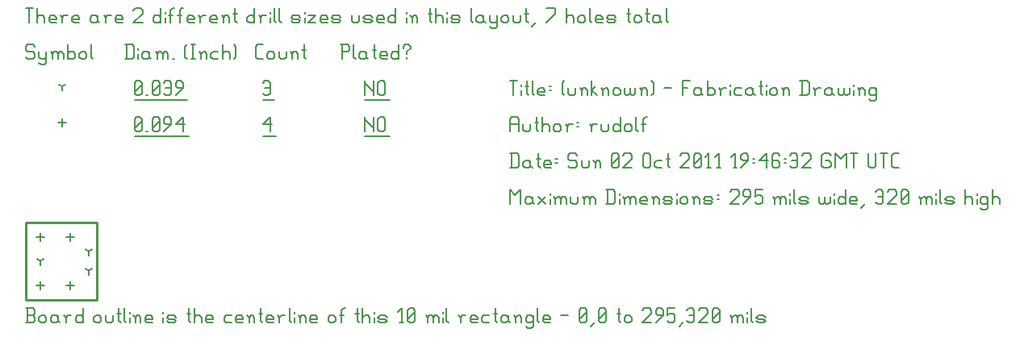
<source format=gbr>
G04 start of page 11 for group -3984 idx -3984 *
G04 Title: (unknown), fab *
G04 Creator: pcb 20100929 *
G04 CreationDate: Sun 02 Oct 2011 19:46:32 GMT UTC *
G04 For: rudolf *
G04 Format: Gerber/RS-274X *
G04 PCB-Dimensions: 29501 32001 *
G04 PCB-Coordinate-Origin: lower left *
%MOIN*%
%FSLAX25Y25*%
%LNFAB*%
%ADD16C,0.0100*%
%ADD17C,0.0080*%
%ADD18C,0.0060*%
G54D17*X6000Y27601D02*Y24401D01*
X4400Y26001D02*X7600D01*
X18500Y27601D02*Y24401D01*
X16900Y26001D02*X20100D01*
X6000Y7601D02*Y4401D01*
X4400Y6001D02*X7600D01*
X18500Y7601D02*Y4401D01*
X16900Y6001D02*X20100D01*
X15000Y74851D02*Y71651D01*
X13400Y73251D02*X16600D01*
G54D18*X140000Y75501D02*Y69501D01*
Y75501D02*Y74751D01*
X143750Y71001D01*
Y75501D02*Y69501D01*
X145551Y74751D02*Y70251D01*
Y74751D02*X146301Y75501D01*
X147801D01*
X148551Y74751D01*
Y70251D01*
X147801Y69501D02*X148551Y70251D01*
X146301Y69501D02*X147801D01*
X145551Y70251D02*X146301Y69501D01*
X140000Y67750D02*X150353D01*
X98000Y72501D02*X101000Y75501D01*
X98000Y72501D02*X101750D01*
X101000Y75501D02*Y69501D01*
X98000Y67750D02*X103551D01*
X45000Y70251D02*X45750Y69501D01*
X45000Y74751D02*Y70251D01*
Y74751D02*X45750Y75501D01*
X47250D01*
X48000Y74751D01*
Y70251D01*
X47250Y69501D02*X48000Y70251D01*
X45750Y69501D02*X47250D01*
X45000Y71001D02*X48000Y74001D01*
X49801Y69501D02*X50551D01*
X52353Y70251D02*X53103Y69501D01*
X52353Y74751D02*Y70251D01*
Y74751D02*X53103Y75501D01*
X54603D01*
X55353Y74751D01*
Y70251D01*
X54603Y69501D02*X55353Y70251D01*
X53103Y69501D02*X54603D01*
X52353Y71001D02*X55353Y74001D01*
X57154Y69501D02*X60154Y72501D01*
Y74751D02*Y72501D01*
X59404Y75501D02*X60154Y74751D01*
X57904Y75501D02*X59404D01*
X57154Y74751D02*X57904Y75501D01*
X57154Y74751D02*Y73251D01*
X57904Y72501D01*
X60154D01*
X61956D02*X64956Y75501D01*
X61956Y72501D02*X65706D01*
X64956Y75501D02*Y69501D01*
X45000Y67750D02*X67507D01*
X6000Y16001D02*Y14401D01*
Y16001D02*X7386Y16801D01*
X6000Y16001D02*X4614Y16801D01*
X26000Y12001D02*Y10401D01*
Y12001D02*X27386Y12801D01*
X26000Y12001D02*X24614Y12801D01*
X26000Y20001D02*Y18401D01*
Y20001D02*X27386Y20801D01*
X26000Y20001D02*X24614Y20801D01*
X15000Y88251D02*Y86651D01*
Y88251D02*X16386Y89051D01*
X15000Y88251D02*X13614Y89051D01*
X140000Y90501D02*Y84501D01*
Y90501D02*Y89751D01*
X143750Y86001D01*
Y90501D02*Y84501D01*
X145551Y89751D02*Y85251D01*
Y89751D02*X146301Y90501D01*
X147801D01*
X148551Y89751D01*
Y85251D01*
X147801Y84501D02*X148551Y85251D01*
X146301Y84501D02*X147801D01*
X145551Y85251D02*X146301Y84501D01*
X140000Y82750D02*X150353D01*
X98000Y89751D02*X98750Y90501D01*
X100250D01*
X101000Y89751D01*
Y85251D01*
X100250Y84501D02*X101000Y85251D01*
X98750Y84501D02*X100250D01*
X98000Y85251D02*X98750Y84501D01*
Y87501D02*X101000D01*
X98000Y82750D02*X102801D01*
X45000Y85251D02*X45750Y84501D01*
X45000Y89751D02*Y85251D01*
Y89751D02*X45750Y90501D01*
X47250D01*
X48000Y89751D01*
Y85251D01*
X47250Y84501D02*X48000Y85251D01*
X45750Y84501D02*X47250D01*
X45000Y86001D02*X48000Y89001D01*
X49801Y84501D02*X50551D01*
X52353Y85251D02*X53103Y84501D01*
X52353Y89751D02*Y85251D01*
Y89751D02*X53103Y90501D01*
X54603D01*
X55353Y89751D01*
Y85251D01*
X54603Y84501D02*X55353Y85251D01*
X53103Y84501D02*X54603D01*
X52353Y86001D02*X55353Y89001D01*
X57154Y89751D02*X57904Y90501D01*
X59404D01*
X60154Y89751D01*
Y85251D01*
X59404Y84501D02*X60154Y85251D01*
X57904Y84501D02*X59404D01*
X57154Y85251D02*X57904Y84501D01*
Y87501D02*X60154D01*
X61956Y84501D02*X64956Y87501D01*
Y89751D02*Y87501D01*
X64206Y90501D02*X64956Y89751D01*
X62706Y90501D02*X64206D01*
X61956Y89751D02*X62706Y90501D01*
X61956Y89751D02*Y88251D01*
X62706Y87501D01*
X64956D01*
X45000Y82750D02*X66757D01*
X3000Y105501D02*X3750Y104751D01*
X750Y105501D02*X3000D01*
X0Y104751D02*X750Y105501D01*
X0Y104751D02*Y103251D01*
X750Y102501D01*
X3000D01*
X3750Y101751D01*
Y100251D01*
X3000Y99501D02*X3750Y100251D01*
X750Y99501D02*X3000D01*
X0Y100251D02*X750Y99501D01*
X5551Y102501D02*Y100251D01*
X6301Y99501D01*
X8551Y102501D02*Y98001D01*
X7801Y97251D02*X8551Y98001D01*
X6301Y97251D02*X7801D01*
X5551Y98001D02*X6301Y97251D01*
Y99501D02*X7801D01*
X8551Y100251D01*
X11103Y101751D02*Y99501D01*
Y101751D02*X11853Y102501D01*
X12603D01*
X13353Y101751D01*
Y99501D01*
Y101751D02*X14103Y102501D01*
X14853D01*
X15603Y101751D01*
Y99501D01*
X10353Y102501D02*X11103Y101751D01*
X17404Y105501D02*Y99501D01*
Y100251D02*X18154Y99501D01*
X19654D01*
X20404Y100251D01*
Y101751D02*Y100251D01*
X19654Y102501D02*X20404Y101751D01*
X18154Y102501D02*X19654D01*
X17404Y101751D02*X18154Y102501D01*
X22206Y101751D02*Y100251D01*
Y101751D02*X22956Y102501D01*
X24456D01*
X25206Y101751D01*
Y100251D01*
X24456Y99501D02*X25206Y100251D01*
X22956Y99501D02*X24456D01*
X22206Y100251D02*X22956Y99501D01*
X27007Y105501D02*Y100251D01*
X27757Y99501D01*
X41750Y105501D02*Y99501D01*
X44000Y105501D02*X44750Y104751D01*
Y100251D01*
X44000Y99501D02*X44750Y100251D01*
X41000Y99501D02*X44000D01*
X41000Y105501D02*X44000D01*
X46551Y104001D02*Y103251D01*
Y101751D02*Y99501D01*
X50303Y102501D02*X51053Y101751D01*
X48803Y102501D02*X50303D01*
X48053Y101751D02*X48803Y102501D01*
X48053Y101751D02*Y100251D01*
X48803Y99501D01*
X51053Y102501D02*Y100251D01*
X51803Y99501D01*
X48803D02*X50303D01*
X51053Y100251D01*
X54354Y101751D02*Y99501D01*
Y101751D02*X55104Y102501D01*
X55854D01*
X56604Y101751D01*
Y99501D01*
Y101751D02*X57354Y102501D01*
X58104D01*
X58854Y101751D01*
Y99501D01*
X53604Y102501D02*X54354Y101751D01*
X60656Y99501D02*X61406D01*
X65907Y100251D02*X66657Y99501D01*
X65907Y104751D02*X66657Y105501D01*
X65907Y104751D02*Y100251D01*
X68459Y105501D02*X69959D01*
X69209D02*Y99501D01*
X68459D02*X69959D01*
X72510Y101751D02*Y99501D01*
Y101751D02*X73260Y102501D01*
X74010D01*
X74760Y101751D01*
Y99501D01*
X71760Y102501D02*X72510Y101751D01*
X77312Y102501D02*X79562D01*
X76562Y101751D02*X77312Y102501D01*
X76562Y101751D02*Y100251D01*
X77312Y99501D01*
X79562D01*
X81363Y105501D02*Y99501D01*
Y101751D02*X82113Y102501D01*
X83613D01*
X84363Y101751D01*
Y99501D01*
X86165Y105501D02*X86915Y104751D01*
Y100251D01*
X86165Y99501D02*X86915Y100251D01*
X95750Y99501D02*X98000D01*
X95000Y100251D02*X95750Y99501D01*
X95000Y104751D02*Y100251D01*
Y104751D02*X95750Y105501D01*
X98000D01*
X99801Y101751D02*Y100251D01*
Y101751D02*X100551Y102501D01*
X102051D01*
X102801Y101751D01*
Y100251D01*
X102051Y99501D02*X102801Y100251D01*
X100551Y99501D02*X102051D01*
X99801Y100251D02*X100551Y99501D01*
X104603Y102501D02*Y100251D01*
X105353Y99501D01*
X106853D01*
X107603Y100251D01*
Y102501D02*Y100251D01*
X110154Y101751D02*Y99501D01*
Y101751D02*X110904Y102501D01*
X111654D01*
X112404Y101751D01*
Y99501D01*
X109404Y102501D02*X110154Y101751D01*
X114956Y105501D02*Y100251D01*
X115706Y99501D01*
X114206Y103251D02*X115706D01*
X130750Y105501D02*Y99501D01*
X130000Y105501D02*X133000D01*
X133750Y104751D01*
Y103251D01*
X133000Y102501D02*X133750Y103251D01*
X130750Y102501D02*X133000D01*
X135551Y105501D02*Y100251D01*
X136301Y99501D01*
X140053Y102501D02*X140803Y101751D01*
X138553Y102501D02*X140053D01*
X137803Y101751D02*X138553Y102501D01*
X137803Y101751D02*Y100251D01*
X138553Y99501D01*
X140803Y102501D02*Y100251D01*
X141553Y99501D01*
X138553D02*X140053D01*
X140803Y100251D01*
X144104Y105501D02*Y100251D01*
X144854Y99501D01*
X143354Y103251D02*X144854D01*
X147106Y99501D02*X149356D01*
X146356Y100251D02*X147106Y99501D01*
X146356Y101751D02*Y100251D01*
Y101751D02*X147106Y102501D01*
X148606D01*
X149356Y101751D01*
X146356Y101001D02*X149356D01*
Y101751D02*Y101001D01*
X154157Y105501D02*Y99501D01*
X153407D02*X154157Y100251D01*
X151907Y99501D02*X153407D01*
X151157Y100251D02*X151907Y99501D01*
X151157Y101751D02*Y100251D01*
Y101751D02*X151907Y102501D01*
X153407D01*
X154157Y101751D01*
X157459Y102501D02*Y101751D01*
Y100251D02*Y99501D01*
X155959Y104751D02*Y104001D01*
Y104751D02*X156709Y105501D01*
X158209D01*
X158959Y104751D01*
Y104001D01*
X157459Y102501D02*X158959Y104001D01*
X0Y120501D02*X3000D01*
X1500D02*Y114501D01*
X4801Y120501D02*Y114501D01*
Y116751D02*X5551Y117501D01*
X7051D01*
X7801Y116751D01*
Y114501D01*
X10353D02*X12603D01*
X9603Y115251D02*X10353Y114501D01*
X9603Y116751D02*Y115251D01*
Y116751D02*X10353Y117501D01*
X11853D01*
X12603Y116751D01*
X9603Y116001D02*X12603D01*
Y116751D02*Y116001D01*
X15154Y116751D02*Y114501D01*
Y116751D02*X15904Y117501D01*
X17404D01*
X14404D02*X15154Y116751D01*
X19956Y114501D02*X22206D01*
X19206Y115251D02*X19956Y114501D01*
X19206Y116751D02*Y115251D01*
Y116751D02*X19956Y117501D01*
X21456D01*
X22206Y116751D01*
X19206Y116001D02*X22206D01*
Y116751D02*Y116001D01*
X28957Y117501D02*X29707Y116751D01*
X27457Y117501D02*X28957D01*
X26707Y116751D02*X27457Y117501D01*
X26707Y116751D02*Y115251D01*
X27457Y114501D01*
X29707Y117501D02*Y115251D01*
X30457Y114501D01*
X27457D02*X28957D01*
X29707Y115251D01*
X33009Y116751D02*Y114501D01*
Y116751D02*X33759Y117501D01*
X35259D01*
X32259D02*X33009Y116751D01*
X37810Y114501D02*X40060D01*
X37060Y115251D02*X37810Y114501D01*
X37060Y116751D02*Y115251D01*
Y116751D02*X37810Y117501D01*
X39310D01*
X40060Y116751D01*
X37060Y116001D02*X40060D01*
Y116751D02*Y116001D01*
X44562Y119751D02*X45312Y120501D01*
X47562D01*
X48312Y119751D01*
Y118251D01*
X44562Y114501D02*X48312Y118251D01*
X44562Y114501D02*X48312D01*
X55813Y120501D02*Y114501D01*
X55063D02*X55813Y115251D01*
X53563Y114501D02*X55063D01*
X52813Y115251D02*X53563Y114501D01*
X52813Y116751D02*Y115251D01*
Y116751D02*X53563Y117501D01*
X55063D01*
X55813Y116751D01*
X57615Y119001D02*Y118251D01*
Y116751D02*Y114501D01*
X59866Y119751D02*Y114501D01*
Y119751D02*X60616Y120501D01*
X61366D01*
X59116Y117501D02*X60616D01*
X63618Y119751D02*Y114501D01*
Y119751D02*X64368Y120501D01*
X65118D01*
X62868Y117501D02*X64368D01*
X67369Y114501D02*X69619D01*
X66619Y115251D02*X67369Y114501D01*
X66619Y116751D02*Y115251D01*
Y116751D02*X67369Y117501D01*
X68869D01*
X69619Y116751D01*
X66619Y116001D02*X69619D01*
Y116751D02*Y116001D01*
X72171Y116751D02*Y114501D01*
Y116751D02*X72921Y117501D01*
X74421D01*
X71421D02*X72171Y116751D01*
X76972Y114501D02*X79222D01*
X76222Y115251D02*X76972Y114501D01*
X76222Y116751D02*Y115251D01*
Y116751D02*X76972Y117501D01*
X78472D01*
X79222Y116751D01*
X76222Y116001D02*X79222D01*
Y116751D02*Y116001D01*
X81774Y116751D02*Y114501D01*
Y116751D02*X82524Y117501D01*
X83274D01*
X84024Y116751D01*
Y114501D01*
X81024Y117501D02*X81774Y116751D01*
X86575Y120501D02*Y115251D01*
X87325Y114501D01*
X85825Y118251D02*X87325D01*
X94527Y120501D02*Y114501D01*
X93777D02*X94527Y115251D01*
X92277Y114501D02*X93777D01*
X91527Y115251D02*X92277Y114501D01*
X91527Y116751D02*Y115251D01*
Y116751D02*X92277Y117501D01*
X93777D01*
X94527Y116751D01*
X97078D02*Y114501D01*
Y116751D02*X97828Y117501D01*
X99328D01*
X96328D02*X97078Y116751D01*
X101130Y119001D02*Y118251D01*
Y116751D02*Y114501D01*
X102631Y120501D02*Y115251D01*
X103381Y114501D01*
X104883Y120501D02*Y115251D01*
X105633Y114501D01*
X110584D02*X112834D01*
X113584Y115251D01*
X112834Y116001D02*X113584Y115251D01*
X110584Y116001D02*X112834D01*
X109834Y116751D02*X110584Y116001D01*
X109834Y116751D02*X110584Y117501D01*
X112834D01*
X113584Y116751D01*
X109834Y115251D02*X110584Y114501D01*
X115386Y119001D02*Y118251D01*
Y116751D02*Y114501D01*
X116887Y117501D02*X119887D01*
X116887Y114501D02*X119887Y117501D01*
X116887Y114501D02*X119887D01*
X122439D02*X124689D01*
X121689Y115251D02*X122439Y114501D01*
X121689Y116751D02*Y115251D01*
Y116751D02*X122439Y117501D01*
X123939D01*
X124689Y116751D01*
X121689Y116001D02*X124689D01*
Y116751D02*Y116001D01*
X127240Y114501D02*X129490D01*
X130240Y115251D01*
X129490Y116001D02*X130240Y115251D01*
X127240Y116001D02*X129490D01*
X126490Y116751D02*X127240Y116001D01*
X126490Y116751D02*X127240Y117501D01*
X129490D01*
X130240Y116751D01*
X126490Y115251D02*X127240Y114501D01*
X134742Y117501D02*Y115251D01*
X135492Y114501D01*
X136992D01*
X137742Y115251D01*
Y117501D02*Y115251D01*
X140293Y114501D02*X142543D01*
X143293Y115251D01*
X142543Y116001D02*X143293Y115251D01*
X140293Y116001D02*X142543D01*
X139543Y116751D02*X140293Y116001D01*
X139543Y116751D02*X140293Y117501D01*
X142543D01*
X143293Y116751D01*
X139543Y115251D02*X140293Y114501D01*
X145845D02*X148095D01*
X145095Y115251D02*X145845Y114501D01*
X145095Y116751D02*Y115251D01*
Y116751D02*X145845Y117501D01*
X147345D01*
X148095Y116751D01*
X145095Y116001D02*X148095D01*
Y116751D02*Y116001D01*
X152896Y120501D02*Y114501D01*
X152146D02*X152896Y115251D01*
X150646Y114501D02*X152146D01*
X149896Y115251D02*X150646Y114501D01*
X149896Y116751D02*Y115251D01*
Y116751D02*X150646Y117501D01*
X152146D01*
X152896Y116751D01*
X157398Y119001D02*Y118251D01*
Y116751D02*Y114501D01*
X159649Y116751D02*Y114501D01*
Y116751D02*X160399Y117501D01*
X161149D01*
X161899Y116751D01*
Y114501D01*
X158899Y117501D02*X159649Y116751D01*
X167151Y120501D02*Y115251D01*
X167901Y114501D01*
X166401Y118251D02*X167901D01*
X169402Y120501D02*Y114501D01*
Y116751D02*X170152Y117501D01*
X171652D01*
X172402Y116751D01*
Y114501D01*
X174204Y119001D02*Y118251D01*
Y116751D02*Y114501D01*
X176455D02*X178705D01*
X179455Y115251D01*
X178705Y116001D02*X179455Y115251D01*
X176455Y116001D02*X178705D01*
X175705Y116751D02*X176455Y116001D01*
X175705Y116751D02*X176455Y117501D01*
X178705D01*
X179455Y116751D01*
X175705Y115251D02*X176455Y114501D01*
X183957Y120501D02*Y115251D01*
X184707Y114501D01*
X188458Y117501D02*X189208Y116751D01*
X186958Y117501D02*X188458D01*
X186208Y116751D02*X186958Y117501D01*
X186208Y116751D02*Y115251D01*
X186958Y114501D01*
X189208Y117501D02*Y115251D01*
X189958Y114501D01*
X186958D02*X188458D01*
X189208Y115251D01*
X191760Y117501D02*Y115251D01*
X192510Y114501D01*
X194760Y117501D02*Y113001D01*
X194010Y112251D02*X194760Y113001D01*
X192510Y112251D02*X194010D01*
X191760Y113001D02*X192510Y112251D01*
Y114501D02*X194010D01*
X194760Y115251D01*
X196561Y116751D02*Y115251D01*
Y116751D02*X197311Y117501D01*
X198811D01*
X199561Y116751D01*
Y115251D01*
X198811Y114501D02*X199561Y115251D01*
X197311Y114501D02*X198811D01*
X196561Y115251D02*X197311Y114501D01*
X201363Y117501D02*Y115251D01*
X202113Y114501D01*
X203613D01*
X204363Y115251D01*
Y117501D02*Y115251D01*
X206914Y120501D02*Y115251D01*
X207664Y114501D01*
X206164Y118251D02*X207664D01*
X209166Y113001D02*X210666Y114501D01*
X215167D02*X218917Y118251D01*
Y120501D02*Y118251D01*
X215167Y120501D02*X218917D01*
X223419D02*Y114501D01*
Y116751D02*X224169Y117501D01*
X225669D01*
X226419Y116751D01*
Y114501D01*
X228220Y116751D02*Y115251D01*
Y116751D02*X228970Y117501D01*
X230470D01*
X231220Y116751D01*
Y115251D01*
X230470Y114501D02*X231220Y115251D01*
X228970Y114501D02*X230470D01*
X228220Y115251D02*X228970Y114501D01*
X233022Y120501D02*Y115251D01*
X233772Y114501D01*
X236023D02*X238273D01*
X235273Y115251D02*X236023Y114501D01*
X235273Y116751D02*Y115251D01*
Y116751D02*X236023Y117501D01*
X237523D01*
X238273Y116751D01*
X235273Y116001D02*X238273D01*
Y116751D02*Y116001D01*
X240825Y114501D02*X243075D01*
X243825Y115251D01*
X243075Y116001D02*X243825Y115251D01*
X240825Y116001D02*X243075D01*
X240075Y116751D02*X240825Y116001D01*
X240075Y116751D02*X240825Y117501D01*
X243075D01*
X243825Y116751D01*
X240075Y115251D02*X240825Y114501D01*
X249076Y120501D02*Y115251D01*
X249826Y114501D01*
X248326Y118251D02*X249826D01*
X251328Y116751D02*Y115251D01*
Y116751D02*X252078Y117501D01*
X253578D01*
X254328Y116751D01*
Y115251D01*
X253578Y114501D02*X254328Y115251D01*
X252078Y114501D02*X253578D01*
X251328Y115251D02*X252078Y114501D01*
X256879Y120501D02*Y115251D01*
X257629Y114501D01*
X256129Y118251D02*X257629D01*
X261381Y117501D02*X262131Y116751D01*
X259881Y117501D02*X261381D01*
X259131Y116751D02*X259881Y117501D01*
X259131Y116751D02*Y115251D01*
X259881Y114501D01*
X262131Y117501D02*Y115251D01*
X262881Y114501D01*
X259881D02*X261381D01*
X262131Y115251D01*
X264682Y120501D02*Y115251D01*
X265432Y114501D01*
G54D16*X0Y32001D02*X29501D01*
X0D02*Y0D01*
X29501Y32001D02*Y0D01*
X0D02*X29501D01*
G54D18*X200000Y45501D02*Y39501D01*
Y45501D02*X202250Y43251D01*
X204500Y45501D01*
Y39501D01*
X208551Y42501D02*X209301Y41751D01*
X207051Y42501D02*X208551D01*
X206301Y41751D02*X207051Y42501D01*
X206301Y41751D02*Y40251D01*
X207051Y39501D01*
X209301Y42501D02*Y40251D01*
X210051Y39501D01*
X207051D02*X208551D01*
X209301Y40251D01*
X211853Y42501D02*X214853Y39501D01*
X211853D02*X214853Y42501D01*
X216654Y44001D02*Y43251D01*
Y41751D02*Y39501D01*
X218906Y41751D02*Y39501D01*
Y41751D02*X219656Y42501D01*
X220406D01*
X221156Y41751D01*
Y39501D01*
Y41751D02*X221906Y42501D01*
X222656D01*
X223406Y41751D01*
Y39501D01*
X218156Y42501D02*X218906Y41751D01*
X225207Y42501D02*Y40251D01*
X225957Y39501D01*
X227457D01*
X228207Y40251D01*
Y42501D02*Y40251D01*
X230759Y41751D02*Y39501D01*
Y41751D02*X231509Y42501D01*
X232259D01*
X233009Y41751D01*
Y39501D01*
Y41751D02*X233759Y42501D01*
X234509D01*
X235259Y41751D01*
Y39501D01*
X230009Y42501D02*X230759Y41751D01*
X240510Y45501D02*Y39501D01*
X242760Y45501D02*X243510Y44751D01*
Y40251D01*
X242760Y39501D02*X243510Y40251D01*
X239760Y39501D02*X242760D01*
X239760Y45501D02*X242760D01*
X245312Y44001D02*Y43251D01*
Y41751D02*Y39501D01*
X247563Y41751D02*Y39501D01*
Y41751D02*X248313Y42501D01*
X249063D01*
X249813Y41751D01*
Y39501D01*
Y41751D02*X250563Y42501D01*
X251313D01*
X252063Y41751D01*
Y39501D01*
X246813Y42501D02*X247563Y41751D01*
X254615Y39501D02*X256865D01*
X253865Y40251D02*X254615Y39501D01*
X253865Y41751D02*Y40251D01*
Y41751D02*X254615Y42501D01*
X256115D01*
X256865Y41751D01*
X253865Y41001D02*X256865D01*
Y41751D02*Y41001D01*
X259416Y41751D02*Y39501D01*
Y41751D02*X260166Y42501D01*
X260916D01*
X261666Y41751D01*
Y39501D01*
X258666Y42501D02*X259416Y41751D01*
X264218Y39501D02*X266468D01*
X267218Y40251D01*
X266468Y41001D02*X267218Y40251D01*
X264218Y41001D02*X266468D01*
X263468Y41751D02*X264218Y41001D01*
X263468Y41751D02*X264218Y42501D01*
X266468D01*
X267218Y41751D01*
X263468Y40251D02*X264218Y39501D01*
X269019Y44001D02*Y43251D01*
Y41751D02*Y39501D01*
X270521Y41751D02*Y40251D01*
Y41751D02*X271271Y42501D01*
X272771D01*
X273521Y41751D01*
Y40251D01*
X272771Y39501D02*X273521Y40251D01*
X271271Y39501D02*X272771D01*
X270521Y40251D02*X271271Y39501D01*
X276072Y41751D02*Y39501D01*
Y41751D02*X276822Y42501D01*
X277572D01*
X278322Y41751D01*
Y39501D01*
X275322Y42501D02*X276072Y41751D01*
X280874Y39501D02*X283124D01*
X283874Y40251D01*
X283124Y41001D02*X283874Y40251D01*
X280874Y41001D02*X283124D01*
X280124Y41751D02*X280874Y41001D01*
X280124Y41751D02*X280874Y42501D01*
X283124D01*
X283874Y41751D01*
X280124Y40251D02*X280874Y39501D01*
X285675Y43251D02*X286425D01*
X285675Y41751D02*X286425D01*
X290927Y44751D02*X291677Y45501D01*
X293927D01*
X294677Y44751D01*
Y43251D01*
X290927Y39501D02*X294677Y43251D01*
X290927Y39501D02*X294677D01*
X296478D02*X299478Y42501D01*
Y44751D02*Y42501D01*
X298728Y45501D02*X299478Y44751D01*
X297228Y45501D02*X298728D01*
X296478Y44751D02*X297228Y45501D01*
X296478Y44751D02*Y43251D01*
X297228Y42501D01*
X299478D01*
X301280Y45501D02*X304280D01*
X301280D02*Y42501D01*
X302030Y43251D01*
X303530D01*
X304280Y42501D01*
Y40251D01*
X303530Y39501D02*X304280Y40251D01*
X302030Y39501D02*X303530D01*
X301280Y40251D02*X302030Y39501D01*
X309531Y41751D02*Y39501D01*
Y41751D02*X310281Y42501D01*
X311031D01*
X311781Y41751D01*
Y39501D01*
Y41751D02*X312531Y42501D01*
X313281D01*
X314031Y41751D01*
Y39501D01*
X308781Y42501D02*X309531Y41751D01*
X315833Y44001D02*Y43251D01*
Y41751D02*Y39501D01*
X317334Y45501D02*Y40251D01*
X318084Y39501D01*
X320336D02*X322586D01*
X323336Y40251D01*
X322586Y41001D02*X323336Y40251D01*
X320336Y41001D02*X322586D01*
X319586Y41751D02*X320336Y41001D01*
X319586Y41751D02*X320336Y42501D01*
X322586D01*
X323336Y41751D01*
X319586Y40251D02*X320336Y39501D01*
X327837Y42501D02*Y40251D01*
X328587Y39501D01*
X329337D01*
X330087Y40251D01*
Y42501D02*Y40251D01*
X330837Y39501D01*
X331587D01*
X332337Y40251D01*
Y42501D02*Y40251D01*
X334139Y44001D02*Y43251D01*
Y41751D02*Y39501D01*
X338640Y45501D02*Y39501D01*
X337890D02*X338640Y40251D01*
X336390Y39501D02*X337890D01*
X335640Y40251D02*X336390Y39501D01*
X335640Y41751D02*Y40251D01*
Y41751D02*X336390Y42501D01*
X337890D01*
X338640Y41751D01*
X341192Y39501D02*X343442D01*
X340442Y40251D02*X341192Y39501D01*
X340442Y41751D02*Y40251D01*
Y41751D02*X341192Y42501D01*
X342692D01*
X343442Y41751D01*
X340442Y41001D02*X343442D01*
Y41751D02*Y41001D01*
X345243Y38001D02*X346743Y39501D01*
X351245Y44751D02*X351995Y45501D01*
X353495D01*
X354245Y44751D01*
Y40251D01*
X353495Y39501D02*X354245Y40251D01*
X351995Y39501D02*X353495D01*
X351245Y40251D02*X351995Y39501D01*
Y42501D02*X354245D01*
X356046Y44751D02*X356796Y45501D01*
X359046D01*
X359796Y44751D01*
Y43251D01*
X356046Y39501D02*X359796Y43251D01*
X356046Y39501D02*X359796D01*
X361598Y40251D02*X362348Y39501D01*
X361598Y44751D02*Y40251D01*
Y44751D02*X362348Y45501D01*
X363848D01*
X364598Y44751D01*
Y40251D01*
X363848Y39501D02*X364598Y40251D01*
X362348Y39501D02*X363848D01*
X361598Y41001D02*X364598Y44001D01*
X369849Y41751D02*Y39501D01*
Y41751D02*X370599Y42501D01*
X371349D01*
X372099Y41751D01*
Y39501D01*
Y41751D02*X372849Y42501D01*
X373599D01*
X374349Y41751D01*
Y39501D01*
X369099Y42501D02*X369849Y41751D01*
X376151Y44001D02*Y43251D01*
Y41751D02*Y39501D01*
X377652Y45501D02*Y40251D01*
X378402Y39501D01*
X380654D02*X382904D01*
X383654Y40251D01*
X382904Y41001D02*X383654Y40251D01*
X380654Y41001D02*X382904D01*
X379904Y41751D02*X380654Y41001D01*
X379904Y41751D02*X380654Y42501D01*
X382904D01*
X383654Y41751D01*
X379904Y40251D02*X380654Y39501D01*
X388155Y45501D02*Y39501D01*
Y41751D02*X388905Y42501D01*
X390405D01*
X391155Y41751D01*
Y39501D01*
X392957Y44001D02*Y43251D01*
Y41751D02*Y39501D01*
X396708Y42501D02*X397458Y41751D01*
X395208Y42501D02*X396708D01*
X394458Y41751D02*X395208Y42501D01*
X394458Y41751D02*Y40251D01*
X395208Y39501D01*
X396708D01*
X397458Y40251D01*
X394458Y38001D02*X395208Y37251D01*
X396708D01*
X397458Y38001D01*
Y42501D02*Y38001D01*
X399260Y45501D02*Y39501D01*
Y41751D02*X400010Y42501D01*
X401510D01*
X402260Y41751D01*
Y39501D01*
X0Y-9500D02*X3000D01*
X3750Y-8750D01*
Y-7250D02*Y-8750D01*
X3000Y-6500D02*X3750Y-7250D01*
X750Y-6500D02*X3000D01*
X750Y-3500D02*Y-9500D01*
X0Y-3500D02*X3000D01*
X3750Y-4250D01*
Y-5750D01*
X3000Y-6500D02*X3750Y-5750D01*
X5551Y-7250D02*Y-8750D01*
Y-7250D02*X6301Y-6500D01*
X7801D01*
X8551Y-7250D01*
Y-8750D01*
X7801Y-9500D02*X8551Y-8750D01*
X6301Y-9500D02*X7801D01*
X5551Y-8750D02*X6301Y-9500D01*
X12603Y-6500D02*X13353Y-7250D01*
X11103Y-6500D02*X12603D01*
X10353Y-7250D02*X11103Y-6500D01*
X10353Y-7250D02*Y-8750D01*
X11103Y-9500D01*
X13353Y-6500D02*Y-8750D01*
X14103Y-9500D01*
X11103D02*X12603D01*
X13353Y-8750D01*
X16654Y-7250D02*Y-9500D01*
Y-7250D02*X17404Y-6500D01*
X18904D01*
X15904D02*X16654Y-7250D01*
X23706Y-3500D02*Y-9500D01*
X22956D02*X23706Y-8750D01*
X21456Y-9500D02*X22956D01*
X20706Y-8750D02*X21456Y-9500D01*
X20706Y-7250D02*Y-8750D01*
Y-7250D02*X21456Y-6500D01*
X22956D01*
X23706Y-7250D01*
X28207D02*Y-8750D01*
Y-7250D02*X28957Y-6500D01*
X30457D01*
X31207Y-7250D01*
Y-8750D01*
X30457Y-9500D02*X31207Y-8750D01*
X28957Y-9500D02*X30457D01*
X28207Y-8750D02*X28957Y-9500D01*
X33009Y-6500D02*Y-8750D01*
X33759Y-9500D01*
X35259D01*
X36009Y-8750D01*
Y-6500D02*Y-8750D01*
X38560Y-3500D02*Y-8750D01*
X39310Y-9500D01*
X37810Y-5750D02*X39310D01*
X40812Y-3500D02*Y-8750D01*
X41562Y-9500D01*
X43063Y-5000D02*Y-5750D01*
Y-7250D02*Y-9500D01*
X45315Y-7250D02*Y-9500D01*
Y-7250D02*X46065Y-6500D01*
X46815D01*
X47565Y-7250D01*
Y-9500D01*
X44565Y-6500D02*X45315Y-7250D01*
X50116Y-9500D02*X52366D01*
X49366Y-8750D02*X50116Y-9500D01*
X49366Y-7250D02*Y-8750D01*
Y-7250D02*X50116Y-6500D01*
X51616D01*
X52366Y-7250D01*
X49366Y-8000D02*X52366D01*
Y-7250D02*Y-8000D01*
X56868Y-5000D02*Y-5750D01*
Y-7250D02*Y-9500D01*
X59119D02*X61369D01*
X62119Y-8750D01*
X61369Y-8000D02*X62119Y-8750D01*
X59119Y-8000D02*X61369D01*
X58369Y-7250D02*X59119Y-8000D01*
X58369Y-7250D02*X59119Y-6500D01*
X61369D01*
X62119Y-7250D01*
X58369Y-8750D02*X59119Y-9500D01*
X67371Y-3500D02*Y-8750D01*
X68121Y-9500D01*
X66621Y-5750D02*X68121D01*
X69622Y-3500D02*Y-9500D01*
Y-7250D02*X70372Y-6500D01*
X71872D01*
X72622Y-7250D01*
Y-9500D01*
X75174D02*X77424D01*
X74424Y-8750D02*X75174Y-9500D01*
X74424Y-7250D02*Y-8750D01*
Y-7250D02*X75174Y-6500D01*
X76674D01*
X77424Y-7250D01*
X74424Y-8000D02*X77424D01*
Y-7250D02*Y-8000D01*
X82675Y-6500D02*X84925D01*
X81925Y-7250D02*X82675Y-6500D01*
X81925Y-7250D02*Y-8750D01*
X82675Y-9500D01*
X84925D01*
X87477D02*X89727D01*
X86727Y-8750D02*X87477Y-9500D01*
X86727Y-7250D02*Y-8750D01*
Y-7250D02*X87477Y-6500D01*
X88977D01*
X89727Y-7250D01*
X86727Y-8000D02*X89727D01*
Y-7250D02*Y-8000D01*
X92278Y-7250D02*Y-9500D01*
Y-7250D02*X93028Y-6500D01*
X93778D01*
X94528Y-7250D01*
Y-9500D01*
X91528Y-6500D02*X92278Y-7250D01*
X97080Y-3500D02*Y-8750D01*
X97830Y-9500D01*
X96330Y-5750D02*X97830D01*
X100081Y-9500D02*X102331D01*
X99331Y-8750D02*X100081Y-9500D01*
X99331Y-7250D02*Y-8750D01*
Y-7250D02*X100081Y-6500D01*
X101581D01*
X102331Y-7250D01*
X99331Y-8000D02*X102331D01*
Y-7250D02*Y-8000D01*
X104883Y-7250D02*Y-9500D01*
Y-7250D02*X105633Y-6500D01*
X107133D01*
X104133D02*X104883Y-7250D01*
X108934Y-3500D02*Y-8750D01*
X109684Y-9500D01*
X111186Y-5000D02*Y-5750D01*
Y-7250D02*Y-9500D01*
X113437Y-7250D02*Y-9500D01*
Y-7250D02*X114187Y-6500D01*
X114937D01*
X115687Y-7250D01*
Y-9500D01*
X112687Y-6500D02*X113437Y-7250D01*
X118239Y-9500D02*X120489D01*
X117489Y-8750D02*X118239Y-9500D01*
X117489Y-7250D02*Y-8750D01*
Y-7250D02*X118239Y-6500D01*
X119739D01*
X120489Y-7250D01*
X117489Y-8000D02*X120489D01*
Y-7250D02*Y-8000D01*
X124990Y-7250D02*Y-8750D01*
Y-7250D02*X125740Y-6500D01*
X127240D01*
X127990Y-7250D01*
Y-8750D01*
X127240Y-9500D02*X127990Y-8750D01*
X125740Y-9500D02*X127240D01*
X124990Y-8750D02*X125740Y-9500D01*
X130542Y-4250D02*Y-9500D01*
Y-4250D02*X131292Y-3500D01*
X132042D01*
X129792Y-6500D02*X131292D01*
X136993Y-3500D02*Y-8750D01*
X137743Y-9500D01*
X136243Y-5750D02*X137743D01*
X139245Y-3500D02*Y-9500D01*
Y-7250D02*X139995Y-6500D01*
X141495D01*
X142245Y-7250D01*
Y-9500D01*
X144046Y-5000D02*Y-5750D01*
Y-7250D02*Y-9500D01*
X146298D02*X148548D01*
X149298Y-8750D01*
X148548Y-8000D02*X149298Y-8750D01*
X146298Y-8000D02*X148548D01*
X145548Y-7250D02*X146298Y-8000D01*
X145548Y-7250D02*X146298Y-6500D01*
X148548D01*
X149298Y-7250D01*
X145548Y-8750D02*X146298Y-9500D01*
X154549D02*X156049D01*
X155299Y-3500D02*Y-9500D01*
X153799Y-5000D02*X155299Y-3500D01*
X157851Y-8750D02*X158601Y-9500D01*
X157851Y-4250D02*Y-8750D01*
Y-4250D02*X158601Y-3500D01*
X160101D01*
X160851Y-4250D01*
Y-8750D01*
X160101Y-9500D02*X160851Y-8750D01*
X158601Y-9500D02*X160101D01*
X157851Y-8000D02*X160851Y-5000D01*
X166102Y-7250D02*Y-9500D01*
Y-7250D02*X166852Y-6500D01*
X167602D01*
X168352Y-7250D01*
Y-9500D01*
Y-7250D02*X169102Y-6500D01*
X169852D01*
X170602Y-7250D01*
Y-9500D01*
X165352Y-6500D02*X166102Y-7250D01*
X172404Y-5000D02*Y-5750D01*
Y-7250D02*Y-9500D01*
X173905Y-3500D02*Y-8750D01*
X174655Y-9500D01*
X179607Y-7250D02*Y-9500D01*
Y-7250D02*X180357Y-6500D01*
X181857D01*
X178857D02*X179607Y-7250D01*
X184408Y-9500D02*X186658D01*
X183658Y-8750D02*X184408Y-9500D01*
X183658Y-7250D02*Y-8750D01*
Y-7250D02*X184408Y-6500D01*
X185908D01*
X186658Y-7250D01*
X183658Y-8000D02*X186658D01*
Y-7250D02*Y-8000D01*
X189210Y-6500D02*X191460D01*
X188460Y-7250D02*X189210Y-6500D01*
X188460Y-7250D02*Y-8750D01*
X189210Y-9500D01*
X191460D01*
X194011Y-3500D02*Y-8750D01*
X194761Y-9500D01*
X193261Y-5750D02*X194761D01*
X198513Y-6500D02*X199263Y-7250D01*
X197013Y-6500D02*X198513D01*
X196263Y-7250D02*X197013Y-6500D01*
X196263Y-7250D02*Y-8750D01*
X197013Y-9500D01*
X199263Y-6500D02*Y-8750D01*
X200013Y-9500D01*
X197013D02*X198513D01*
X199263Y-8750D01*
X202564Y-7250D02*Y-9500D01*
Y-7250D02*X203314Y-6500D01*
X204064D01*
X204814Y-7250D01*
Y-9500D01*
X201814Y-6500D02*X202564Y-7250D01*
X208866Y-6500D02*X209616Y-7250D01*
X207366Y-6500D02*X208866D01*
X206616Y-7250D02*X207366Y-6500D01*
X206616Y-7250D02*Y-8750D01*
X207366Y-9500D01*
X208866D01*
X209616Y-8750D01*
X206616Y-11000D02*X207366Y-11750D01*
X208866D01*
X209616Y-11000D01*
Y-6500D02*Y-11000D01*
X211417Y-3500D02*Y-8750D01*
X212167Y-9500D01*
X214419D02*X216669D01*
X213669Y-8750D02*X214419Y-9500D01*
X213669Y-7250D02*Y-8750D01*
Y-7250D02*X214419Y-6500D01*
X215919D01*
X216669Y-7250D01*
X213669Y-8000D02*X216669D01*
Y-7250D02*Y-8000D01*
X221170Y-6500D02*X224170D01*
X228672Y-8750D02*X229422Y-9500D01*
X228672Y-4250D02*Y-8750D01*
Y-4250D02*X229422Y-3500D01*
X230922D01*
X231672Y-4250D01*
Y-8750D01*
X230922Y-9500D02*X231672Y-8750D01*
X229422Y-9500D02*X230922D01*
X228672Y-8000D02*X231672Y-5000D01*
X233473Y-11000D02*X234973Y-9500D01*
X236775Y-8750D02*X237525Y-9500D01*
X236775Y-4250D02*Y-8750D01*
Y-4250D02*X237525Y-3500D01*
X239025D01*
X239775Y-4250D01*
Y-8750D01*
X239025Y-9500D02*X239775Y-8750D01*
X237525Y-9500D02*X239025D01*
X236775Y-8000D02*X239775Y-5000D01*
X245026Y-3500D02*Y-8750D01*
X245776Y-9500D01*
X244276Y-5750D02*X245776D01*
X247278Y-7250D02*Y-8750D01*
Y-7250D02*X248028Y-6500D01*
X249528D01*
X250278Y-7250D01*
Y-8750D01*
X249528Y-9500D02*X250278Y-8750D01*
X248028Y-9500D02*X249528D01*
X247278Y-8750D02*X248028Y-9500D01*
X254779Y-4250D02*X255529Y-3500D01*
X257779D01*
X258529Y-4250D01*
Y-5750D01*
X254779Y-9500D02*X258529Y-5750D01*
X254779Y-9500D02*X258529D01*
X260331D02*X263331Y-6500D01*
Y-4250D02*Y-6500D01*
X262581Y-3500D02*X263331Y-4250D01*
X261081Y-3500D02*X262581D01*
X260331Y-4250D02*X261081Y-3500D01*
X260331Y-4250D02*Y-5750D01*
X261081Y-6500D01*
X263331D01*
X265132Y-3500D02*X268132D01*
X265132D02*Y-6500D01*
X265882Y-5750D01*
X267382D01*
X268132Y-6500D01*
Y-8750D01*
X267382Y-9500D02*X268132Y-8750D01*
X265882Y-9500D02*X267382D01*
X265132Y-8750D02*X265882Y-9500D01*
X269934Y-11000D02*X271434Y-9500D01*
X273235Y-4250D02*X273985Y-3500D01*
X275485D01*
X276235Y-4250D01*
Y-8750D01*
X275485Y-9500D02*X276235Y-8750D01*
X273985Y-9500D02*X275485D01*
X273235Y-8750D02*X273985Y-9500D01*
Y-6500D02*X276235D01*
X278037Y-4250D02*X278787Y-3500D01*
X281037D01*
X281787Y-4250D01*
Y-5750D01*
X278037Y-9500D02*X281787Y-5750D01*
X278037Y-9500D02*X281787D01*
X283588Y-8750D02*X284338Y-9500D01*
X283588Y-4250D02*Y-8750D01*
Y-4250D02*X284338Y-3500D01*
X285838D01*
X286588Y-4250D01*
Y-8750D01*
X285838Y-9500D02*X286588Y-8750D01*
X284338Y-9500D02*X285838D01*
X283588Y-8000D02*X286588Y-5000D01*
X291840Y-7250D02*Y-9500D01*
Y-7250D02*X292590Y-6500D01*
X293340D01*
X294090Y-7250D01*
Y-9500D01*
Y-7250D02*X294840Y-6500D01*
X295590D01*
X296340Y-7250D01*
Y-9500D01*
X291090Y-6500D02*X291840Y-7250D01*
X298141Y-5000D02*Y-5750D01*
Y-7250D02*Y-9500D01*
X299643Y-3500D02*Y-8750D01*
X300393Y-9500D01*
X302644D02*X304894D01*
X305644Y-8750D01*
X304894Y-8000D02*X305644Y-8750D01*
X302644Y-8000D02*X304894D01*
X301894Y-7250D02*X302644Y-8000D01*
X301894Y-7250D02*X302644Y-6500D01*
X304894D01*
X305644Y-7250D01*
X301894Y-8750D02*X302644Y-9500D01*
X200750Y60501D02*Y54501D01*
X203000Y60501D02*X203750Y59751D01*
Y55251D01*
X203000Y54501D02*X203750Y55251D01*
X200000Y54501D02*X203000D01*
X200000Y60501D02*X203000D01*
X207801Y57501D02*X208551Y56751D01*
X206301Y57501D02*X207801D01*
X205551Y56751D02*X206301Y57501D01*
X205551Y56751D02*Y55251D01*
X206301Y54501D01*
X208551Y57501D02*Y55251D01*
X209301Y54501D01*
X206301D02*X207801D01*
X208551Y55251D01*
X211853Y60501D02*Y55251D01*
X212603Y54501D01*
X211103Y58251D02*X212603D01*
X214854Y54501D02*X217104D01*
X214104Y55251D02*X214854Y54501D01*
X214104Y56751D02*Y55251D01*
Y56751D02*X214854Y57501D01*
X216354D01*
X217104Y56751D01*
X214104Y56001D02*X217104D01*
Y56751D02*Y56001D01*
X218906Y58251D02*X219656D01*
X218906Y56751D02*X219656D01*
X227157Y60501D02*X227907Y59751D01*
X224907Y60501D02*X227157D01*
X224157Y59751D02*X224907Y60501D01*
X224157Y59751D02*Y58251D01*
X224907Y57501D01*
X227157D01*
X227907Y56751D01*
Y55251D01*
X227157Y54501D02*X227907Y55251D01*
X224907Y54501D02*X227157D01*
X224157Y55251D02*X224907Y54501D01*
X229709Y57501D02*Y55251D01*
X230459Y54501D01*
X231959D01*
X232709Y55251D01*
Y57501D02*Y55251D01*
X235260Y56751D02*Y54501D01*
Y56751D02*X236010Y57501D01*
X236760D01*
X237510Y56751D01*
Y54501D01*
X234510Y57501D02*X235260Y56751D01*
X242012Y55251D02*X242762Y54501D01*
X242012Y59751D02*Y55251D01*
Y59751D02*X242762Y60501D01*
X244262D01*
X245012Y59751D01*
Y55251D01*
X244262Y54501D02*X245012Y55251D01*
X242762Y54501D02*X244262D01*
X242012Y56001D02*X245012Y59001D01*
X246813Y59751D02*X247563Y60501D01*
X249813D01*
X250563Y59751D01*
Y58251D01*
X246813Y54501D02*X250563Y58251D01*
X246813Y54501D02*X250563D01*
X255065Y59751D02*Y55251D01*
Y59751D02*X255815Y60501D01*
X257315D01*
X258065Y59751D01*
Y55251D01*
X257315Y54501D02*X258065Y55251D01*
X255815Y54501D02*X257315D01*
X255065Y55251D02*X255815Y54501D01*
X260616Y57501D02*X262866D01*
X259866Y56751D02*X260616Y57501D01*
X259866Y56751D02*Y55251D01*
X260616Y54501D01*
X262866D01*
X265418Y60501D02*Y55251D01*
X266168Y54501D01*
X264668Y58251D02*X266168D01*
X270369Y59751D02*X271119Y60501D01*
X273369D01*
X274119Y59751D01*
Y58251D01*
X270369Y54501D02*X274119Y58251D01*
X270369Y54501D02*X274119D01*
X275921Y55251D02*X276671Y54501D01*
X275921Y59751D02*Y55251D01*
Y59751D02*X276671Y60501D01*
X278171D01*
X278921Y59751D01*
Y55251D01*
X278171Y54501D02*X278921Y55251D01*
X276671Y54501D02*X278171D01*
X275921Y56001D02*X278921Y59001D01*
X281472Y54501D02*X282972D01*
X282222Y60501D02*Y54501D01*
X280722Y59001D02*X282222Y60501D01*
X285524Y54501D02*X287024D01*
X286274Y60501D02*Y54501D01*
X284774Y59001D02*X286274Y60501D01*
X292275Y54501D02*X293775D01*
X293025Y60501D02*Y54501D01*
X291525Y59001D02*X293025Y60501D01*
X295577Y54501D02*X298577Y57501D01*
Y59751D02*Y57501D01*
X297827Y60501D02*X298577Y59751D01*
X296327Y60501D02*X297827D01*
X295577Y59751D02*X296327Y60501D01*
X295577Y59751D02*Y58251D01*
X296327Y57501D01*
X298577D01*
X300378Y58251D02*X301128D01*
X300378Y56751D02*X301128D01*
X302930Y57501D02*X305930Y60501D01*
X302930Y57501D02*X306680D01*
X305930Y60501D02*Y54501D01*
X310731Y60501D02*X311481Y59751D01*
X309231Y60501D02*X310731D01*
X308481Y59751D02*X309231Y60501D01*
X308481Y59751D02*Y55251D01*
X309231Y54501D01*
X310731Y57501D02*X311481Y56751D01*
X308481Y57501D02*X310731D01*
X309231Y54501D02*X310731D01*
X311481Y55251D01*
Y56751D02*Y55251D01*
X313283Y58251D02*X314033D01*
X313283Y56751D02*X314033D01*
X315834Y59751D02*X316584Y60501D01*
X318084D01*
X318834Y59751D01*
Y55251D01*
X318084Y54501D02*X318834Y55251D01*
X316584Y54501D02*X318084D01*
X315834Y55251D02*X316584Y54501D01*
Y57501D02*X318834D01*
X320636Y59751D02*X321386Y60501D01*
X323636D01*
X324386Y59751D01*
Y58251D01*
X320636Y54501D02*X324386Y58251D01*
X320636Y54501D02*X324386D01*
X331887Y60501D02*X332637Y59751D01*
X329637Y60501D02*X331887D01*
X328887Y59751D02*X329637Y60501D01*
X328887Y59751D02*Y55251D01*
X329637Y54501D01*
X331887D01*
X332637Y55251D01*
Y56751D02*Y55251D01*
X331887Y57501D02*X332637Y56751D01*
X330387Y57501D02*X331887D01*
X334439Y60501D02*Y54501D01*
Y60501D02*X336689Y58251D01*
X338939Y60501D01*
Y54501D01*
X340740Y60501D02*X343740D01*
X342240D02*Y54501D01*
X348242Y60501D02*Y55251D01*
X348992Y54501D01*
X350492D01*
X351242Y55251D01*
Y60501D02*Y55251D01*
X353043Y60501D02*X356043D01*
X354543D02*Y54501D01*
X358595D02*X360845D01*
X357845Y55251D02*X358595Y54501D01*
X357845Y59751D02*Y55251D01*
Y59751D02*X358595Y60501D01*
X360845D01*
X200000Y74751D02*Y69501D01*
Y74751D02*X200750Y75501D01*
X203000D01*
X203750Y74751D01*
Y69501D01*
X200000Y72501D02*X203750D01*
X205551D02*Y70251D01*
X206301Y69501D01*
X207801D01*
X208551Y70251D01*
Y72501D02*Y70251D01*
X211103Y75501D02*Y70251D01*
X211853Y69501D01*
X210353Y73251D02*X211853D01*
X213354Y75501D02*Y69501D01*
Y71751D02*X214104Y72501D01*
X215604D01*
X216354Y71751D01*
Y69501D01*
X218156Y71751D02*Y70251D01*
Y71751D02*X218906Y72501D01*
X220406D01*
X221156Y71751D01*
Y70251D01*
X220406Y69501D02*X221156Y70251D01*
X218906Y69501D02*X220406D01*
X218156Y70251D02*X218906Y69501D01*
X223707Y71751D02*Y69501D01*
Y71751D02*X224457Y72501D01*
X225957D01*
X222957D02*X223707Y71751D01*
X227759Y73251D02*X228509D01*
X227759Y71751D02*X228509D01*
X233760D02*Y69501D01*
Y71751D02*X234510Y72501D01*
X236010D01*
X233010D02*X233760Y71751D01*
X237812Y72501D02*Y70251D01*
X238562Y69501D01*
X240062D01*
X240812Y70251D01*
Y72501D02*Y70251D01*
X245613Y75501D02*Y69501D01*
X244863D02*X245613Y70251D01*
X243363Y69501D02*X244863D01*
X242613Y70251D02*X243363Y69501D01*
X242613Y71751D02*Y70251D01*
Y71751D02*X243363Y72501D01*
X244863D01*
X245613Y71751D01*
X247415D02*Y70251D01*
Y71751D02*X248165Y72501D01*
X249665D01*
X250415Y71751D01*
Y70251D01*
X249665Y69501D02*X250415Y70251D01*
X248165Y69501D02*X249665D01*
X247415Y70251D02*X248165Y69501D01*
X252216Y75501D02*Y70251D01*
X252966Y69501D01*
X255218Y74751D02*Y69501D01*
Y74751D02*X255968Y75501D01*
X256718D01*
X254468Y72501D02*X255968D01*
X200000Y90501D02*X203000D01*
X201500D02*Y84501D01*
X204801Y89001D02*Y88251D01*
Y86751D02*Y84501D01*
X207053Y90501D02*Y85251D01*
X207803Y84501D01*
X206303Y88251D02*X207803D01*
X209304Y90501D02*Y85251D01*
X210054Y84501D01*
X212306D02*X214556D01*
X211556Y85251D02*X212306Y84501D01*
X211556Y86751D02*Y85251D01*
Y86751D02*X212306Y87501D01*
X213806D01*
X214556Y86751D01*
X211556Y86001D02*X214556D01*
Y86751D02*Y86001D01*
X216357Y88251D02*X217107D01*
X216357Y86751D02*X217107D01*
X221609Y85251D02*X222359Y84501D01*
X221609Y89751D02*X222359Y90501D01*
X221609Y89751D02*Y85251D01*
X224160Y87501D02*Y85251D01*
X224910Y84501D01*
X226410D01*
X227160Y85251D01*
Y87501D02*Y85251D01*
X229712Y86751D02*Y84501D01*
Y86751D02*X230462Y87501D01*
X231212D01*
X231962Y86751D01*
Y84501D01*
X228962Y87501D02*X229712Y86751D01*
X233763Y90501D02*Y84501D01*
Y86751D02*X236013Y84501D01*
X233763Y86751D02*X235263Y88251D01*
X238565Y86751D02*Y84501D01*
Y86751D02*X239315Y87501D01*
X240065D01*
X240815Y86751D01*
Y84501D01*
X237815Y87501D02*X238565Y86751D01*
X242616D02*Y85251D01*
Y86751D02*X243366Y87501D01*
X244866D01*
X245616Y86751D01*
Y85251D01*
X244866Y84501D02*X245616Y85251D01*
X243366Y84501D02*X244866D01*
X242616Y85251D02*X243366Y84501D01*
X247418Y87501D02*Y85251D01*
X248168Y84501D01*
X248918D01*
X249668Y85251D01*
Y87501D02*Y85251D01*
X250418Y84501D01*
X251168D01*
X251918Y85251D01*
Y87501D02*Y85251D01*
X254469Y86751D02*Y84501D01*
Y86751D02*X255219Y87501D01*
X255969D01*
X256719Y86751D01*
Y84501D01*
X253719Y87501D02*X254469Y86751D01*
X258521Y90501D02*X259271Y89751D01*
Y85251D01*
X258521Y84501D02*X259271Y85251D01*
X263772Y87501D02*X266772D01*
X271274Y90501D02*Y84501D01*
Y90501D02*X274274D01*
X271274Y87501D02*X273524D01*
X278325D02*X279075Y86751D01*
X276825Y87501D02*X278325D01*
X276075Y86751D02*X276825Y87501D01*
X276075Y86751D02*Y85251D01*
X276825Y84501D01*
X279075Y87501D02*Y85251D01*
X279825Y84501D01*
X276825D02*X278325D01*
X279075Y85251D01*
X281627Y90501D02*Y84501D01*
Y85251D02*X282377Y84501D01*
X283877D01*
X284627Y85251D01*
Y86751D02*Y85251D01*
X283877Y87501D02*X284627Y86751D01*
X282377Y87501D02*X283877D01*
X281627Y86751D02*X282377Y87501D01*
X287178Y86751D02*Y84501D01*
Y86751D02*X287928Y87501D01*
X289428D01*
X286428D02*X287178Y86751D01*
X291230Y89001D02*Y88251D01*
Y86751D02*Y84501D01*
X293481Y87501D02*X295731D01*
X292731Y86751D02*X293481Y87501D01*
X292731Y86751D02*Y85251D01*
X293481Y84501D01*
X295731D01*
X299783Y87501D02*X300533Y86751D01*
X298283Y87501D02*X299783D01*
X297533Y86751D02*X298283Y87501D01*
X297533Y86751D02*Y85251D01*
X298283Y84501D01*
X300533Y87501D02*Y85251D01*
X301283Y84501D01*
X298283D02*X299783D01*
X300533Y85251D01*
X303834Y90501D02*Y85251D01*
X304584Y84501D01*
X303084Y88251D02*X304584D01*
X306086Y89001D02*Y88251D01*
Y86751D02*Y84501D01*
X307587Y86751D02*Y85251D01*
Y86751D02*X308337Y87501D01*
X309837D01*
X310587Y86751D01*
Y85251D01*
X309837Y84501D02*X310587Y85251D01*
X308337Y84501D02*X309837D01*
X307587Y85251D02*X308337Y84501D01*
X313139Y86751D02*Y84501D01*
Y86751D02*X313889Y87501D01*
X314639D01*
X315389Y86751D01*
Y84501D01*
X312389Y87501D02*X313139Y86751D01*
X320640Y90501D02*Y84501D01*
X322890Y90501D02*X323640Y89751D01*
Y85251D01*
X322890Y84501D02*X323640Y85251D01*
X319890Y84501D02*X322890D01*
X319890Y90501D02*X322890D01*
X326192Y86751D02*Y84501D01*
Y86751D02*X326942Y87501D01*
X328442D01*
X325442D02*X326192Y86751D01*
X332493Y87501D02*X333243Y86751D01*
X330993Y87501D02*X332493D01*
X330243Y86751D02*X330993Y87501D01*
X330243Y86751D02*Y85251D01*
X330993Y84501D01*
X333243Y87501D02*Y85251D01*
X333993Y84501D01*
X330993D02*X332493D01*
X333243Y85251D01*
X335795Y87501D02*Y85251D01*
X336545Y84501D01*
X337295D01*
X338045Y85251D01*
Y87501D02*Y85251D01*
X338795Y84501D01*
X339545D01*
X340295Y85251D01*
Y87501D02*Y85251D01*
X342096Y89001D02*Y88251D01*
Y86751D02*Y84501D01*
X344348Y86751D02*Y84501D01*
Y86751D02*X345098Y87501D01*
X345848D01*
X346598Y86751D01*
Y84501D01*
X343598Y87501D02*X344348Y86751D01*
X350649Y87501D02*X351399Y86751D01*
X349149Y87501D02*X350649D01*
X348399Y86751D02*X349149Y87501D01*
X348399Y86751D02*Y85251D01*
X349149Y84501D01*
X350649D01*
X351399Y85251D01*
X348399Y83001D02*X349149Y82251D01*
X350649D01*
X351399Y83001D01*
Y87501D02*Y83001D01*
M02*

</source>
